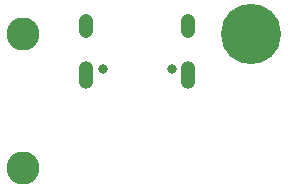
<source format=gbr>
%TF.GenerationSoftware,KiCad,Pcbnew,8.0.2*%
%TF.CreationDate,2025-12-10T20:50:01-08:00*%
%TF.ProjectId,Numpad_Daughterboard,4e756d70-6164-45f4-9461-756768746572,rev?*%
%TF.SameCoordinates,Original*%
%TF.FileFunction,Soldermask,Top*%
%TF.FilePolarity,Negative*%
%FSLAX46Y46*%
G04 Gerber Fmt 4.6, Leading zero omitted, Abs format (unit mm)*
G04 Created by KiCad (PCBNEW 8.0.2) date 2025-12-10 20:50:01*
%MOMM*%
%LPD*%
G01*
G04 APERTURE LIST*
%ADD10C,2.801600*%
%ADD11C,0.801600*%
%ADD12O,1.254000X2.354000*%
%ADD13O,1.254000X2.054000*%
%ADD14C,5.101600*%
G04 APERTURE END LIST*
D10*
%TO.C,H3*%
X2350000Y-13650000D03*
%TD*%
D11*
%TO.C,J1*%
X14890000Y-5250000D03*
X9110000Y-5250000D03*
D12*
X16320000Y-5750000D03*
D13*
X16320000Y-1600000D03*
D12*
X7680000Y-5750000D03*
D13*
X7680000Y-1600000D03*
%TD*%
D10*
%TO.C,H2*%
X2350000Y-2350000D03*
%TD*%
D14*
%TO.C,H1*%
X21650038Y-2349952D03*
%TD*%
M02*

</source>
